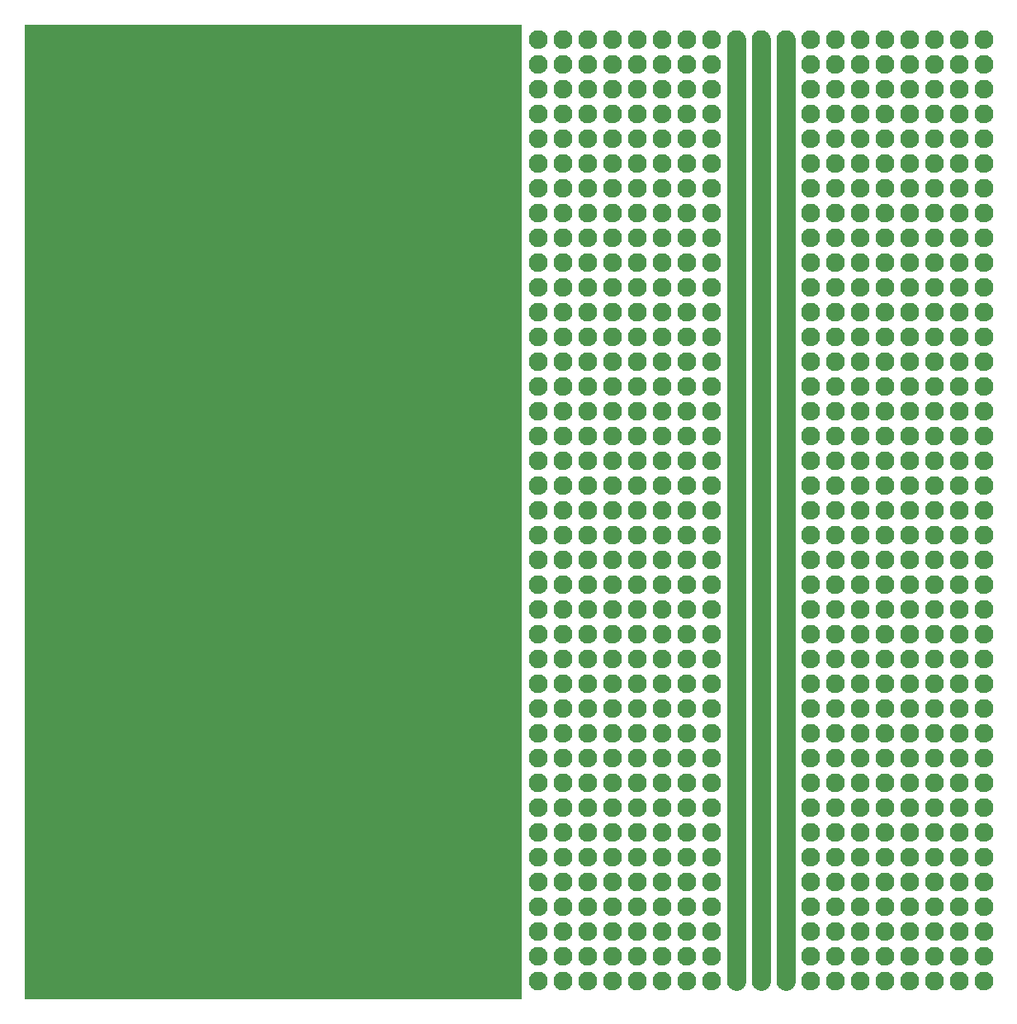
<source format=gbl>
G75*
%MOIN*%
%OFA0B0*%
%FSLAX24Y24*%
%IPPOS*%
%LPD*%
%AMOC8*
5,1,8,0,0,1.08239X$1,22.5*
%
%ADD10R,2.0079X3.9370*%
%ADD11C,0.0760*%
%ADD12C,0.0760*%
D10*
X010199Y019845D03*
D11*
X020910Y019910D03*
X020910Y020910D03*
X020910Y021910D03*
X020910Y022910D03*
X020910Y023910D03*
X020910Y024910D03*
X020910Y025910D03*
X020910Y026910D03*
X020910Y027910D03*
X020910Y028910D03*
X020910Y029910D03*
X020910Y030910D03*
X020910Y031910D03*
X020910Y032910D03*
X020910Y033910D03*
X020910Y034910D03*
X020910Y035910D03*
X020910Y036910D03*
X020910Y037910D03*
X020910Y038910D03*
X021910Y038910D03*
X022910Y038910D03*
X022910Y037910D03*
X021910Y037910D03*
X021910Y036910D03*
X021910Y035910D03*
X022910Y035910D03*
X022910Y036910D03*
X023910Y036910D03*
X023910Y035910D03*
X024910Y035910D03*
X024910Y036910D03*
X024910Y037910D03*
X023910Y037910D03*
X023910Y038910D03*
X024910Y038910D03*
X025910Y038910D03*
X026910Y038910D03*
X026910Y037910D03*
X025910Y037910D03*
X025910Y036910D03*
X025910Y035910D03*
X026910Y035910D03*
X026910Y036910D03*
X027910Y036910D03*
X027910Y035910D03*
X028910Y035910D03*
X028910Y036910D03*
X028910Y037910D03*
X027910Y037910D03*
X027910Y038910D03*
X028910Y038910D03*
X029910Y038910D03*
X030910Y038910D03*
X030910Y037910D03*
X029910Y037910D03*
X029910Y036910D03*
X029910Y035910D03*
X030910Y035910D03*
X030910Y036910D03*
X031910Y036910D03*
X031910Y035910D03*
X032910Y035910D03*
X032910Y036910D03*
X032910Y037910D03*
X031910Y037910D03*
X031910Y038910D03*
X032910Y038910D03*
X033910Y038910D03*
X034910Y038910D03*
X034910Y037910D03*
X033910Y037910D03*
X033910Y036910D03*
X033910Y035910D03*
X034910Y035910D03*
X034910Y036910D03*
X035910Y036910D03*
X035910Y035910D03*
X036910Y035910D03*
X036910Y036910D03*
X036910Y037910D03*
X035910Y037910D03*
X035910Y038910D03*
X036910Y038910D03*
X037910Y038910D03*
X037910Y037910D03*
X037910Y036910D03*
X037910Y035910D03*
X037910Y034910D03*
X037910Y033910D03*
X037910Y032910D03*
X037910Y031910D03*
X037910Y030910D03*
X037910Y029910D03*
X037910Y028910D03*
X037910Y027910D03*
X037910Y026910D03*
X037910Y025910D03*
X037910Y024910D03*
X037910Y023910D03*
X037910Y022910D03*
X037910Y021910D03*
X037910Y020910D03*
X037910Y019910D03*
X037910Y018910D03*
X037910Y017910D03*
X037910Y016910D03*
X037910Y015910D03*
X037910Y014910D03*
X037910Y013910D03*
X037910Y012910D03*
X037910Y011910D03*
X037910Y010910D03*
X037910Y009910D03*
X037910Y008910D03*
X037910Y007910D03*
X037910Y006910D03*
X037910Y005910D03*
X037910Y004910D03*
X037910Y003910D03*
X037910Y002910D03*
X037910Y001910D03*
X037910Y000910D03*
X036910Y000910D03*
X036910Y001910D03*
X035910Y001910D03*
X035910Y000910D03*
X034910Y000910D03*
X034910Y001910D03*
X033910Y001910D03*
X033910Y000910D03*
X032910Y000910D03*
X032910Y001910D03*
X031910Y001910D03*
X031910Y000910D03*
X030910Y000910D03*
X030910Y001910D03*
X029910Y001910D03*
X029910Y000910D03*
X028910Y000910D03*
X028910Y001910D03*
X027910Y001910D03*
X027910Y000910D03*
X026910Y000910D03*
X026910Y001910D03*
X025910Y001910D03*
X025910Y000910D03*
X024910Y000910D03*
X024910Y001910D03*
X023910Y001910D03*
X023910Y000910D03*
X022910Y000910D03*
X022910Y001910D03*
X021910Y001910D03*
X021910Y000910D03*
X020910Y000910D03*
X020910Y001910D03*
X020910Y002910D03*
X020910Y003910D03*
X020910Y004910D03*
X020910Y005910D03*
X020910Y006910D03*
X020910Y007910D03*
X020910Y008910D03*
X020910Y009910D03*
X020910Y010910D03*
X020910Y011910D03*
X020910Y012910D03*
X020910Y013910D03*
X020910Y014910D03*
X020910Y015910D03*
X020910Y016910D03*
X020910Y017910D03*
X020910Y018910D03*
X021910Y018910D03*
X021910Y017910D03*
X022910Y017910D03*
X022910Y018910D03*
X022910Y019910D03*
X022910Y020910D03*
X021910Y020910D03*
X021910Y019910D03*
X021910Y021910D03*
X021910Y022910D03*
X022910Y022910D03*
X022910Y021910D03*
X023910Y021910D03*
X023910Y022910D03*
X024910Y022910D03*
X024910Y021910D03*
X024910Y020910D03*
X024910Y019910D03*
X023910Y019910D03*
X023910Y020910D03*
X023910Y018910D03*
X023910Y017910D03*
X024910Y017910D03*
X024910Y018910D03*
X025910Y018910D03*
X025910Y017910D03*
X026910Y017910D03*
X026910Y018910D03*
X026910Y019910D03*
X026910Y020910D03*
X025910Y020910D03*
X025910Y019910D03*
X025910Y021910D03*
X025910Y022910D03*
X026910Y022910D03*
X026910Y021910D03*
X027910Y021910D03*
X027910Y022910D03*
X028910Y022910D03*
X028910Y021910D03*
X028910Y020910D03*
X028910Y019910D03*
X027910Y019910D03*
X027910Y020910D03*
X027910Y018910D03*
X027910Y017910D03*
X028910Y017910D03*
X028910Y018910D03*
X029910Y018910D03*
X029910Y017910D03*
X030910Y017910D03*
X030910Y018910D03*
X030910Y019910D03*
X030910Y020910D03*
X029910Y020910D03*
X029910Y019910D03*
X029910Y021910D03*
X029910Y022910D03*
X030910Y022910D03*
X030910Y021910D03*
X031910Y021910D03*
X031910Y022910D03*
X032910Y022910D03*
X032910Y021910D03*
X032910Y020910D03*
X032910Y019910D03*
X031910Y019910D03*
X031910Y020910D03*
X031910Y018910D03*
X031910Y017910D03*
X032910Y017910D03*
X032910Y018910D03*
X033910Y018910D03*
X033910Y017910D03*
X034910Y017910D03*
X034910Y018910D03*
X034910Y019910D03*
X034910Y020910D03*
X033910Y020910D03*
X033910Y019910D03*
X033910Y021910D03*
X033910Y022910D03*
X034910Y022910D03*
X034910Y021910D03*
X035910Y021910D03*
X035910Y022910D03*
X036910Y022910D03*
X036910Y021910D03*
X036910Y020910D03*
X036910Y019910D03*
X035910Y019910D03*
X035910Y020910D03*
X035910Y018910D03*
X035910Y017910D03*
X036910Y017910D03*
X036910Y018910D03*
X036910Y016910D03*
X036910Y015910D03*
X035910Y015910D03*
X035910Y016910D03*
X034910Y016910D03*
X034910Y015910D03*
X033910Y015910D03*
X033910Y016910D03*
X032910Y016910D03*
X032910Y015910D03*
X031910Y015910D03*
X031910Y016910D03*
X030910Y016910D03*
X030910Y015910D03*
X029910Y015910D03*
X029910Y016910D03*
X028910Y016910D03*
X028910Y015910D03*
X027910Y015910D03*
X027910Y016910D03*
X026910Y016910D03*
X026910Y015910D03*
X025910Y015910D03*
X025910Y016910D03*
X024910Y016910D03*
X024910Y015910D03*
X023910Y015910D03*
X023910Y016910D03*
X022910Y016910D03*
X022910Y015910D03*
X021910Y015910D03*
X021910Y016910D03*
X021910Y014910D03*
X021910Y013910D03*
X022910Y013910D03*
X022910Y014910D03*
X023910Y014910D03*
X023910Y013910D03*
X024910Y013910D03*
X024910Y014910D03*
X025910Y014910D03*
X025910Y013910D03*
X026910Y013910D03*
X026910Y014910D03*
X027910Y014910D03*
X027910Y013910D03*
X028910Y013910D03*
X028910Y014910D03*
X029910Y014910D03*
X029910Y013910D03*
X030910Y013910D03*
X030910Y014910D03*
X031910Y014910D03*
X031910Y013910D03*
X032910Y013910D03*
X032910Y014910D03*
X033910Y014910D03*
X033910Y013910D03*
X034910Y013910D03*
X034910Y014910D03*
X035910Y014910D03*
X035910Y013910D03*
X036910Y013910D03*
X036910Y014910D03*
X036910Y012910D03*
X036910Y011910D03*
X035910Y011910D03*
X035910Y012910D03*
X034910Y012910D03*
X034910Y011910D03*
X033910Y011910D03*
X033910Y012910D03*
X032910Y012910D03*
X032910Y011910D03*
X031910Y011910D03*
X031910Y012910D03*
X030910Y012910D03*
X030910Y011910D03*
X029910Y011910D03*
X029910Y012910D03*
X028910Y012910D03*
X028910Y011910D03*
X027910Y011910D03*
X027910Y012910D03*
X026910Y012910D03*
X026910Y011910D03*
X025910Y011910D03*
X025910Y012910D03*
X024910Y012910D03*
X024910Y011910D03*
X023910Y011910D03*
X023910Y012910D03*
X022910Y012910D03*
X022910Y011910D03*
X021910Y011910D03*
X021910Y012910D03*
X021910Y010910D03*
X022910Y010910D03*
X022910Y009910D03*
X022910Y008910D03*
X021910Y008910D03*
X021910Y009910D03*
X021910Y007910D03*
X021910Y006910D03*
X022910Y006910D03*
X022910Y007910D03*
X023910Y007910D03*
X023910Y006910D03*
X024910Y006910D03*
X024910Y007910D03*
X024910Y008910D03*
X024910Y009910D03*
X023910Y009910D03*
X023910Y008910D03*
X023910Y010910D03*
X024910Y010910D03*
X025910Y010910D03*
X026910Y010910D03*
X026910Y009910D03*
X026910Y008910D03*
X025910Y008910D03*
X025910Y009910D03*
X025910Y007910D03*
X025910Y006910D03*
X026910Y006910D03*
X026910Y007910D03*
X027910Y007910D03*
X027910Y006910D03*
X028910Y006910D03*
X028910Y007910D03*
X028910Y008910D03*
X028910Y009910D03*
X027910Y009910D03*
X027910Y008910D03*
X027910Y010910D03*
X028910Y010910D03*
X029910Y010910D03*
X030910Y010910D03*
X030910Y009910D03*
X030910Y008910D03*
X029910Y008910D03*
X029910Y009910D03*
X029910Y007910D03*
X029910Y006910D03*
X030910Y006910D03*
X030910Y007910D03*
X031910Y007910D03*
X031910Y006910D03*
X032910Y006910D03*
X032910Y007910D03*
X032910Y008910D03*
X032910Y009910D03*
X031910Y009910D03*
X031910Y008910D03*
X031910Y010910D03*
X032910Y010910D03*
X033910Y010910D03*
X034910Y010910D03*
X034910Y009910D03*
X034910Y008910D03*
X033910Y008910D03*
X033910Y009910D03*
X033910Y007910D03*
X033910Y006910D03*
X034910Y006910D03*
X034910Y007910D03*
X035910Y007910D03*
X035910Y006910D03*
X036910Y006910D03*
X036910Y007910D03*
X036910Y008910D03*
X036910Y009910D03*
X035910Y009910D03*
X035910Y008910D03*
X035910Y010910D03*
X036910Y010910D03*
X038910Y010910D03*
X038910Y009910D03*
X038910Y008910D03*
X038910Y007910D03*
X038910Y006910D03*
X038910Y005910D03*
X038910Y004910D03*
X038910Y003910D03*
X038910Y002910D03*
X038910Y001910D03*
X038910Y000910D03*
X036910Y002910D03*
X036910Y003910D03*
X035910Y003910D03*
X035910Y002910D03*
X034910Y002910D03*
X034910Y003910D03*
X033910Y003910D03*
X033910Y002910D03*
X032910Y002910D03*
X032910Y003910D03*
X031910Y003910D03*
X031910Y002910D03*
X030910Y002910D03*
X030910Y003910D03*
X029910Y003910D03*
X029910Y002910D03*
X028910Y002910D03*
X028910Y003910D03*
X027910Y003910D03*
X027910Y002910D03*
X026910Y002910D03*
X026910Y003910D03*
X025910Y003910D03*
X025910Y002910D03*
X024910Y002910D03*
X024910Y003910D03*
X023910Y003910D03*
X023910Y002910D03*
X022910Y002910D03*
X022910Y003910D03*
X021910Y003910D03*
X021910Y002910D03*
X021910Y004910D03*
X021910Y005910D03*
X022910Y005910D03*
X022910Y004910D03*
X023910Y004910D03*
X023910Y005910D03*
X024910Y005910D03*
X024910Y004910D03*
X025910Y004910D03*
X025910Y005910D03*
X026910Y005910D03*
X026910Y004910D03*
X027910Y004910D03*
X027910Y005910D03*
X028910Y005910D03*
X028910Y004910D03*
X029910Y004910D03*
X029910Y005910D03*
X030910Y005910D03*
X030910Y004910D03*
X031910Y004910D03*
X031910Y005910D03*
X032910Y005910D03*
X032910Y004910D03*
X033910Y004910D03*
X033910Y005910D03*
X034910Y005910D03*
X034910Y004910D03*
X035910Y004910D03*
X035910Y005910D03*
X036910Y005910D03*
X036910Y004910D03*
X038910Y011910D03*
X038910Y012910D03*
X038910Y013910D03*
X038910Y014910D03*
X038910Y015910D03*
X038910Y016910D03*
X038910Y017910D03*
X038910Y018910D03*
X038910Y019910D03*
X038910Y020910D03*
X038910Y021910D03*
X038910Y022910D03*
X038910Y023910D03*
X038910Y024910D03*
X038910Y025910D03*
X038910Y026910D03*
X038910Y027910D03*
X038910Y028910D03*
X038910Y029910D03*
X038910Y030910D03*
X038910Y031910D03*
X038910Y032910D03*
X038910Y033910D03*
X038910Y034910D03*
X038910Y035910D03*
X038910Y036910D03*
X038910Y037910D03*
X038910Y038910D03*
X036910Y034910D03*
X036910Y033910D03*
X035910Y033910D03*
X035910Y034910D03*
X034910Y034910D03*
X034910Y033910D03*
X033910Y033910D03*
X033910Y034910D03*
X032910Y034910D03*
X032910Y033910D03*
X031910Y033910D03*
X031910Y034910D03*
X030910Y034910D03*
X030910Y033910D03*
X029910Y033910D03*
X029910Y034910D03*
X028910Y034910D03*
X028910Y033910D03*
X027910Y033910D03*
X027910Y034910D03*
X026910Y034910D03*
X026910Y033910D03*
X025910Y033910D03*
X025910Y034910D03*
X024910Y034910D03*
X024910Y033910D03*
X023910Y033910D03*
X023910Y034910D03*
X022910Y034910D03*
X022910Y033910D03*
X021910Y033910D03*
X021910Y034910D03*
X021910Y032910D03*
X021910Y031910D03*
X022910Y031910D03*
X022910Y032910D03*
X023910Y032910D03*
X023910Y031910D03*
X024910Y031910D03*
X024910Y032910D03*
X025910Y032910D03*
X025910Y031910D03*
X026910Y031910D03*
X026910Y032910D03*
X027910Y032910D03*
X027910Y031910D03*
X028910Y031910D03*
X028910Y032910D03*
X029910Y032910D03*
X029910Y031910D03*
X030910Y031910D03*
X030910Y032910D03*
X031910Y032910D03*
X031910Y031910D03*
X032910Y031910D03*
X032910Y032910D03*
X033910Y032910D03*
X033910Y031910D03*
X034910Y031910D03*
X034910Y032910D03*
X035910Y032910D03*
X035910Y031910D03*
X036910Y031910D03*
X036910Y032910D03*
X036910Y030910D03*
X036910Y029910D03*
X035910Y029910D03*
X035910Y030910D03*
X034910Y030910D03*
X034910Y029910D03*
X033910Y029910D03*
X033910Y030910D03*
X032910Y030910D03*
X032910Y029910D03*
X031910Y029910D03*
X031910Y030910D03*
X030910Y030910D03*
X030910Y029910D03*
X029910Y029910D03*
X029910Y030910D03*
X028910Y030910D03*
X028910Y029910D03*
X027910Y029910D03*
X027910Y030910D03*
X026910Y030910D03*
X026910Y029910D03*
X025910Y029910D03*
X025910Y030910D03*
X024910Y030910D03*
X024910Y029910D03*
X023910Y029910D03*
X023910Y030910D03*
X022910Y030910D03*
X022910Y029910D03*
X021910Y029910D03*
X021910Y030910D03*
X021910Y028910D03*
X021910Y027910D03*
X022910Y027910D03*
X022910Y028910D03*
X023910Y028910D03*
X023910Y027910D03*
X024910Y027910D03*
X024910Y028910D03*
X025910Y028910D03*
X025910Y027910D03*
X026910Y027910D03*
X026910Y028910D03*
X027910Y028910D03*
X027910Y027910D03*
X028910Y027910D03*
X028910Y028910D03*
X029910Y028910D03*
X029910Y027910D03*
X030910Y027910D03*
X030910Y028910D03*
X031910Y028910D03*
X031910Y027910D03*
X032910Y027910D03*
X032910Y028910D03*
X033910Y028910D03*
X033910Y027910D03*
X034910Y027910D03*
X034910Y028910D03*
X035910Y028910D03*
X035910Y027910D03*
X036910Y027910D03*
X036910Y028910D03*
X036910Y026910D03*
X036910Y025910D03*
X035910Y025910D03*
X035910Y026910D03*
X034910Y026910D03*
X034910Y025910D03*
X033910Y025910D03*
X033910Y026910D03*
X032910Y026910D03*
X032910Y025910D03*
X031910Y025910D03*
X031910Y026910D03*
X030910Y026910D03*
X030910Y025910D03*
X029910Y025910D03*
X029910Y026910D03*
X028910Y026910D03*
X028910Y025910D03*
X027910Y025910D03*
X027910Y026910D03*
X026910Y026910D03*
X026910Y025910D03*
X025910Y025910D03*
X025910Y026910D03*
X024910Y026910D03*
X024910Y025910D03*
X023910Y025910D03*
X023910Y026910D03*
X022910Y026910D03*
X022910Y025910D03*
X021910Y025910D03*
X021910Y026910D03*
X021910Y024910D03*
X021910Y023910D03*
X022910Y023910D03*
X022910Y024910D03*
X023910Y024910D03*
X023910Y023910D03*
X024910Y023910D03*
X024910Y024910D03*
X025910Y024910D03*
X025910Y023910D03*
X026910Y023910D03*
X026910Y024910D03*
X027910Y024910D03*
X027910Y023910D03*
X028910Y023910D03*
X028910Y024910D03*
X029910Y024910D03*
X029910Y023910D03*
X030910Y023910D03*
X030910Y024910D03*
X031910Y024910D03*
X031910Y023910D03*
X032910Y023910D03*
X032910Y024910D03*
X033910Y024910D03*
X033910Y023910D03*
X034910Y023910D03*
X034910Y024910D03*
X035910Y024910D03*
X035910Y023910D03*
X036910Y023910D03*
X036910Y024910D03*
D12*
X030910Y038910D02*
X030910Y000910D01*
X029910Y000910D02*
X029910Y038910D01*
X028910Y038910D02*
X028910Y000910D01*
M02*

</source>
